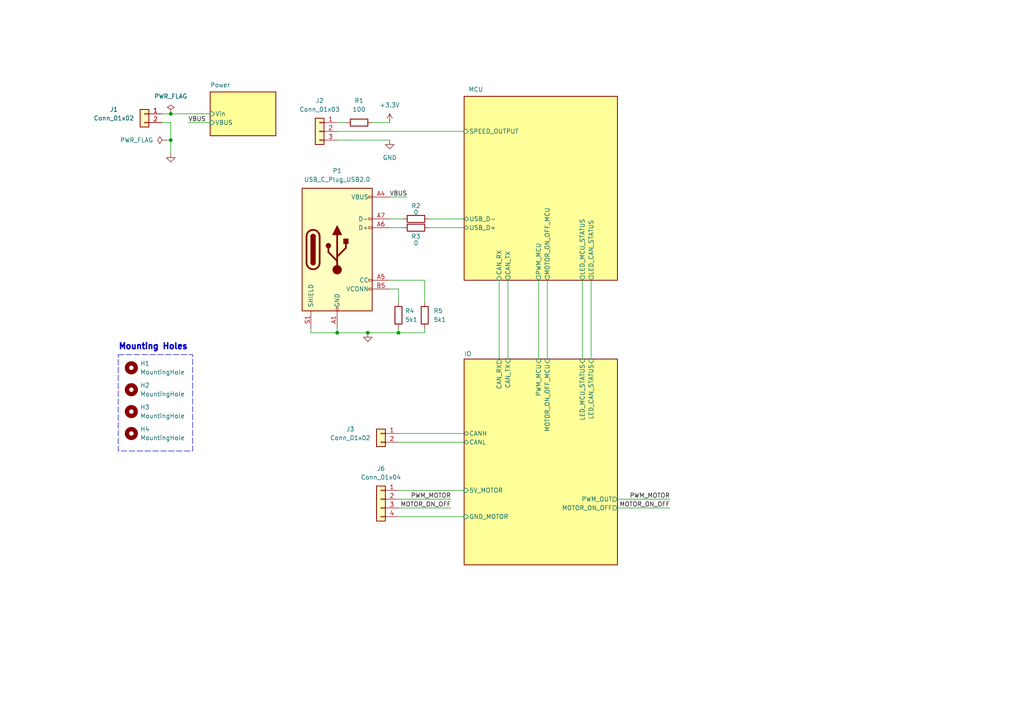
<source format=kicad_sch>
(kicad_sch (version 20230121) (generator eeschema)

  (uuid c9ad7189-d3b2-414a-9743-efd8e57cd755)

  (paper "A4")

  (title_block
    (title "Motor driver unit")
    (date "2023-09-04")
    (rev "1")
    (company "Hydrogreen Pollub")
  )

  (lib_symbols
    (symbol "Connector:USB_C_Plug_USB2.0" (pin_names (offset 1.016)) (in_bom yes) (on_board yes)
      (property "Reference" "P2" (at 0 22.86 0)
        (effects (font (size 1.27 1.27)))
      )
      (property "Value" "USB_C_Plug_USB2.0" (at 0 20.32 0)
        (effects (font (size 1.27 1.27)))
      )
      (property "Footprint" "" (at 3.81 0 0)
        (effects (font (size 1.27 1.27)) hide)
      )
      (property "Datasheet" "https://www.usb.org/sites/default/files/documents/usb_type-c.zip" (at 3.81 0 0)
        (effects (font (size 1.27 1.27)) hide)
      )
      (property "ki_keywords" "usb universal serial bus type-C USB2.0" (at 0 0 0)
        (effects (font (size 1.27 1.27)) hide)
      )
      (property "ki_description" "USB 2.0-only Type-C Plug connector" (at 0 0 0)
        (effects (font (size 1.27 1.27)) hide)
      )
      (property "ki_fp_filters" "USB*C*Plug*" (at 0 0 0)
        (effects (font (size 1.27 1.27)) hide)
      )
      (symbol "USB_C_Plug_USB2.0_0_0"
        (rectangle (start -0.254 -17.78) (end 0.254 -16.764)
          (stroke (width 0) (type default))
          (fill (type none))
        )
        (rectangle (start 10.16 -11.176) (end 9.144 -11.684)
          (stroke (width 0) (type default))
          (fill (type none))
        )
        (rectangle (start 10.16 -8.636) (end 9.144 -9.144)
          (stroke (width 0) (type default))
          (fill (type none))
        )
        (rectangle (start 10.16 6.604) (end 9.144 6.096)
          (stroke (width 0) (type default))
          (fill (type none))
        )
        (rectangle (start 10.16 9.144) (end 9.144 8.636)
          (stroke (width 0) (type default))
          (fill (type none))
        )
        (rectangle (start 10.16 15.494) (end 9.144 14.986)
          (stroke (width 0) (type default))
          (fill (type none))
        )
      )
      (symbol "USB_C_Plug_USB2.0_0_1"
        (rectangle (start -10.16 17.78) (end 10.16 -17.78)
          (stroke (width 0.254) (type default))
          (fill (type background))
        )
        (arc (start -8.89 -3.81) (mid -6.985 -5.7067) (end -5.08 -3.81)
          (stroke (width 0.508) (type default))
          (fill (type none))
        )
        (arc (start -7.62 -3.81) (mid -6.985 -4.4423) (end -6.35 -3.81)
          (stroke (width 0.254) (type default))
          (fill (type none))
        )
        (arc (start -7.62 -3.81) (mid -6.985 -4.4423) (end -6.35 -3.81)
          (stroke (width 0.254) (type default))
          (fill (type outline))
        )
        (rectangle (start -7.62 -3.81) (end -6.35 3.81)
          (stroke (width 0.254) (type default))
          (fill (type outline))
        )
        (arc (start -6.35 3.81) (mid -6.985 4.4423) (end -7.62 3.81)
          (stroke (width 0.254) (type default))
          (fill (type none))
        )
        (arc (start -6.35 3.81) (mid -6.985 4.4423) (end -7.62 3.81)
          (stroke (width 0.254) (type default))
          (fill (type outline))
        )
        (arc (start -5.08 3.81) (mid -6.985 5.7067) (end -8.89 3.81)
          (stroke (width 0.508) (type default))
          (fill (type none))
        )
        (circle (center -2.54 1.143) (radius 0.635)
          (stroke (width 0.254) (type default))
          (fill (type outline))
        )
        (circle (center 0 -5.842) (radius 1.27)
          (stroke (width 0) (type default))
          (fill (type outline))
        )
        (polyline
          (pts
            (xy -8.89 -3.81)
            (xy -8.89 3.81)
          )
          (stroke (width 0.508) (type default))
          (fill (type none))
        )
        (polyline
          (pts
            (xy -5.08 3.81)
            (xy -5.08 -3.81)
          )
          (stroke (width 0.508) (type default))
          (fill (type none))
        )
        (polyline
          (pts
            (xy 0 -5.842)
            (xy 0 4.318)
          )
          (stroke (width 0.508) (type default))
          (fill (type none))
        )
        (polyline
          (pts
            (xy 0 -3.302)
            (xy -2.54 -0.762)
            (xy -2.54 0.508)
          )
          (stroke (width 0.508) (type default))
          (fill (type none))
        )
        (polyline
          (pts
            (xy 0 -2.032)
            (xy 2.54 0.508)
            (xy 2.54 1.778)
          )
          (stroke (width 0.508) (type default))
          (fill (type none))
        )
        (polyline
          (pts
            (xy -1.27 4.318)
            (xy 0 6.858)
            (xy 1.27 4.318)
            (xy -1.27 4.318)
          )
          (stroke (width 0.254) (type default))
          (fill (type outline))
        )
        (rectangle (start 1.905 1.778) (end 3.175 3.048)
          (stroke (width 0.254) (type default))
          (fill (type outline))
        )
      )
      (symbol "USB_C_Plug_USB2.0_1_1"
        (pin passive line (at 0 -22.86 90) (length 5.08)
          (name "GND" (effects (font (size 1.27 1.27))))
          (number "A1" (effects (font (size 1.27 1.27))))
        )
        (pin passive line (at 0 -22.86 90) (length 5.08) hide
          (name "GND" (effects (font (size 1.27 1.27))))
          (number "A12" (effects (font (size 1.27 1.27))))
        )
        (pin passive line (at 15.24 15.24 180) (length 5.08)
          (name "VBUS" (effects (font (size 1.27 1.27))))
          (number "A4" (effects (font (size 1.27 1.27))))
        )
        (pin bidirectional line (at 15.24 -8.89 180) (length 5.08)
          (name "CC" (effects (font (size 1.27 1.27))))
          (number "A5" (effects (font (size 1.27 1.27))))
        )
        (pin bidirectional line (at 15.24 6.35 180) (length 5.08)
          (name "D+" (effects (font (size 1.27 1.27))))
          (number "A6" (effects (font (size 1.27 1.27))))
        )
        (pin bidirectional line (at 15.24 8.89 180) (length 5.08)
          (name "D-" (effects (font (size 1.27 1.27))))
          (number "A7" (effects (font (size 1.27 1.27))))
        )
        (pin passive line (at 15.24 15.24 180) (length 5.08) hide
          (name "VBUS" (effects (font (size 1.27 1.27))))
          (number "A9" (effects (font (size 1.27 1.27))))
        )
        (pin passive line (at 0 -22.86 90) (length 5.08) hide
          (name "GND" (effects (font (size 1.27 1.27))))
          (number "B1" (effects (font (size 1.27 1.27))))
        )
        (pin passive line (at 0 -22.86 90) (length 5.08) hide
          (name "GND" (effects (font (size 1.27 1.27))))
          (number "B12" (effects (font (size 1.27 1.27))))
        )
        (pin passive line (at 15.24 15.24 180) (length 5.08) hide
          (name "VBUS" (effects (font (size 1.27 1.27))))
          (number "B4" (effects (font (size 1.27 1.27))))
        )
        (pin bidirectional line (at 15.24 -11.43 180) (length 5.08)
          (name "VCONN" (effects (font (size 1.27 1.27))))
          (number "B5" (effects (font (size 1.27 1.27))))
        )
        (pin passive line (at 15.24 15.24 180) (length 5.08) hide
          (name "VBUS" (effects (font (size 1.27 1.27))))
          (number "B9" (effects (font (size 1.27 1.27))))
        )
        (pin passive line (at -7.62 -22.86 90) (length 5.08)
          (name "SHIELD" (effects (font (size 1.27 1.27))))
          (number "S1" (effects (font (size 1.27 1.27))))
        )
      )
    )
    (symbol "Connector_Generic:Conn_01x02" (pin_names (offset 1.016) hide) (in_bom yes) (on_board yes)
      (property "Reference" "J" (at 0 2.54 0)
        (effects (font (size 1.27 1.27)))
      )
      (property "Value" "Conn_01x02" (at 0 -5.08 0)
        (effects (font (size 1.27 1.27)))
      )
      (property "Footprint" "" (at 0 0 0)
        (effects (font (size 1.27 1.27)) hide)
      )
      (property "Datasheet" "~" (at 0 0 0)
        (effects (font (size 1.27 1.27)) hide)
      )
      (property "ki_keywords" "connector" (at 0 0 0)
        (effects (font (size 1.27 1.27)) hide)
      )
      (property "ki_description" "Generic connector, single row, 01x02, script generated (kicad-library-utils/schlib/autogen/connector/)" (at 0 0 0)
        (effects (font (size 1.27 1.27)) hide)
      )
      (property "ki_fp_filters" "Connector*:*_1x??_*" (at 0 0 0)
        (effects (font (size 1.27 1.27)) hide)
      )
      (symbol "Conn_01x02_1_1"
        (rectangle (start -1.27 -2.413) (end 0 -2.667)
          (stroke (width 0.1524) (type default))
          (fill (type none))
        )
        (rectangle (start -1.27 0.127) (end 0 -0.127)
          (stroke (width 0.1524) (type default))
          (fill (type none))
        )
        (rectangle (start -1.27 1.27) (end 1.27 -3.81)
          (stroke (width 0.254) (type default))
          (fill (type background))
        )
        (pin passive line (at -5.08 0 0) (length 3.81)
          (name "Pin_1" (effects (font (size 1.27 1.27))))
          (number "1" (effects (font (size 1.27 1.27))))
        )
        (pin passive line (at -5.08 -2.54 0) (length 3.81)
          (name "Pin_2" (effects (font (size 1.27 1.27))))
          (number "2" (effects (font (size 1.27 1.27))))
        )
      )
    )
    (symbol "Connector_Generic:Conn_01x03" (pin_names (offset 1.016) hide) (in_bom yes) (on_board yes)
      (property "Reference" "J" (at 0 5.08 0)
        (effects (font (size 1.27 1.27)))
      )
      (property "Value" "Conn_01x03" (at 0 -5.08 0)
        (effects (font (size 1.27 1.27)))
      )
      (property "Footprint" "" (at 0 0 0)
        (effects (font (size 1.27 1.27)) hide)
      )
      (property "Datasheet" "~" (at 0 0 0)
        (effects (font (size 1.27 1.27)) hide)
      )
      (property "ki_keywords" "connector" (at 0 0 0)
        (effects (font (size 1.27 1.27)) hide)
      )
      (property "ki_description" "Generic connector, single row, 01x03, script generated (kicad-library-utils/schlib/autogen/connector/)" (at 0 0 0)
        (effects (font (size 1.27 1.27)) hide)
      )
      (property "ki_fp_filters" "Connector*:*_1x??_*" (at 0 0 0)
        (effects (font (size 1.27 1.27)) hide)
      )
      (symbol "Conn_01x03_1_1"
        (rectangle (start -1.27 -2.413) (end 0 -2.667)
          (stroke (width 0.1524) (type default))
          (fill (type none))
        )
        (rectangle (start -1.27 0.127) (end 0 -0.127)
          (stroke (width 0.1524) (type default))
          (fill (type none))
        )
        (rectangle (start -1.27 2.667) (end 0 2.413)
          (stroke (width 0.1524) (type default))
          (fill (type none))
        )
        (rectangle (start -1.27 3.81) (end 1.27 -3.81)
          (stroke (width 0.254) (type default))
          (fill (type background))
        )
        (pin passive line (at -5.08 2.54 0) (length 3.81)
          (name "Pin_1" (effects (font (size 1.27 1.27))))
          (number "1" (effects (font (size 1.27 1.27))))
        )
        (pin passive line (at -5.08 0 0) (length 3.81)
          (name "Pin_2" (effects (font (size 1.27 1.27))))
          (number "2" (effects (font (size 1.27 1.27))))
        )
        (pin passive line (at -5.08 -2.54 0) (length 3.81)
          (name "Pin_3" (effects (font (size 1.27 1.27))))
          (number "3" (effects (font (size 1.27 1.27))))
        )
      )
    )
    (symbol "Connector_Generic:Conn_01x04" (pin_names (offset 1.016) hide) (in_bom yes) (on_board yes)
      (property "Reference" "J" (at 0 5.08 0)
        (effects (font (size 1.27 1.27)))
      )
      (property "Value" "Conn_01x04" (at 0 -7.62 0)
        (effects (font (size 1.27 1.27)))
      )
      (property "Footprint" "" (at 0 0 0)
        (effects (font (size 1.27 1.27)) hide)
      )
      (property "Datasheet" "~" (at 0 0 0)
        (effects (font (size 1.27 1.27)) hide)
      )
      (property "ki_keywords" "connector" (at 0 0 0)
        (effects (font (size 1.27 1.27)) hide)
      )
      (property "ki_description" "Generic connector, single row, 01x04, script generated (kicad-library-utils/schlib/autogen/connector/)" (at 0 0 0)
        (effects (font (size 1.27 1.27)) hide)
      )
      (property "ki_fp_filters" "Connector*:*_1x??_*" (at 0 0 0)
        (effects (font (size 1.27 1.27)) hide)
      )
      (symbol "Conn_01x04_1_1"
        (rectangle (start -1.27 -4.953) (end 0 -5.207)
          (stroke (width 0.1524) (type default))
          (fill (type none))
        )
        (rectangle (start -1.27 -2.413) (end 0 -2.667)
          (stroke (width 0.1524) (type default))
          (fill (type none))
        )
        (rectangle (start -1.27 0.127) (end 0 -0.127)
          (stroke (width 0.1524) (type default))
          (fill (type none))
        )
        (rectangle (start -1.27 2.667) (end 0 2.413)
          (stroke (width 0.1524) (type default))
          (fill (type none))
        )
        (rectangle (start -1.27 3.81) (end 1.27 -6.35)
          (stroke (width 0.254) (type default))
          (fill (type background))
        )
        (pin passive line (at -5.08 2.54 0) (length 3.81)
          (name "Pin_1" (effects (font (size 1.27 1.27))))
          (number "1" (effects (font (size 1.27 1.27))))
        )
        (pin passive line (at -5.08 0 0) (length 3.81)
          (name "Pin_2" (effects (font (size 1.27 1.27))))
          (number "2" (effects (font (size 1.27 1.27))))
        )
        (pin passive line (at -5.08 -2.54 0) (length 3.81)
          (name "Pin_3" (effects (font (size 1.27 1.27))))
          (number "3" (effects (font (size 1.27 1.27))))
        )
        (pin passive line (at -5.08 -5.08 0) (length 3.81)
          (name "Pin_4" (effects (font (size 1.27 1.27))))
          (number "4" (effects (font (size 1.27 1.27))))
        )
      )
    )
    (symbol "Device:R" (pin_numbers hide) (pin_names (offset 0)) (in_bom yes) (on_board yes)
      (property "Reference" "R" (at 2.032 0 90)
        (effects (font (size 1.27 1.27)))
      )
      (property "Value" "R" (at 0 0 90)
        (effects (font (size 1.27 1.27)))
      )
      (property "Footprint" "" (at -1.778 0 90)
        (effects (font (size 1.27 1.27)) hide)
      )
      (property "Datasheet" "~" (at 0 0 0)
        (effects (font (size 1.27 1.27)) hide)
      )
      (property "ki_keywords" "R res resistor" (at 0 0 0)
        (effects (font (size 1.27 1.27)) hide)
      )
      (property "ki_description" "Resistor" (at 0 0 0)
        (effects (font (size 1.27 1.27)) hide)
      )
      (property "ki_fp_filters" "R_*" (at 0 0 0)
        (effects (font (size 1.27 1.27)) hide)
      )
      (symbol "R_0_1"
        (rectangle (start -1.016 -2.54) (end 1.016 2.54)
          (stroke (width 0.254) (type default))
          (fill (type none))
        )
      )
      (symbol "R_1_1"
        (pin passive line (at 0 3.81 270) (length 1.27)
          (name "~" (effects (font (size 1.27 1.27))))
          (number "1" (effects (font (size 1.27 1.27))))
        )
        (pin passive line (at 0 -3.81 90) (length 1.27)
          (name "~" (effects (font (size 1.27 1.27))))
          (number "2" (effects (font (size 1.27 1.27))))
        )
      )
    )
    (symbol "Mechanical:MountingHole" (pin_names (offset 1.016)) (in_bom yes) (on_board yes)
      (property "Reference" "H" (at 0 5.08 0)
        (effects (font (size 1.27 1.27)))
      )
      (property "Value" "MountingHole" (at 0 3.175 0)
        (effects (font (size 1.27 1.27)))
      )
      (property "Footprint" "" (at 0 0 0)
        (effects (font (size 1.27 1.27)) hide)
      )
      (property "Datasheet" "~" (at 0 0 0)
        (effects (font (size 1.27 1.27)) hide)
      )
      (property "ki_keywords" "mounting hole" (at 0 0 0)
        (effects (font (size 1.27 1.27)) hide)
      )
      (property "ki_description" "Mounting Hole without connection" (at 0 0 0)
        (effects (font (size 1.27 1.27)) hide)
      )
      (property "ki_fp_filters" "MountingHole*" (at 0 0 0)
        (effects (font (size 1.27 1.27)) hide)
      )
      (symbol "MountingHole_0_1"
        (circle (center 0 0) (radius 1.27)
          (stroke (width 1.27) (type default))
          (fill (type none))
        )
      )
    )
    (symbol "power:+3.3V" (power) (pin_names (offset 0)) (in_bom yes) (on_board yes)
      (property "Reference" "#PWR" (at 0 -3.81 0)
        (effects (font (size 1.27 1.27)) hide)
      )
      (property "Value" "+3.3V" (at 0 3.556 0)
        (effects (font (size 1.27 1.27)))
      )
      (property "Footprint" "" (at 0 0 0)
        (effects (font (size 1.27 1.27)) hide)
      )
      (property "Datasheet" "" (at 0 0 0)
        (effects (font (size 1.27 1.27)) hide)
      )
      (property "ki_keywords" "global power" (at 0 0 0)
        (effects (font (size 1.27 1.27)) hide)
      )
      (property "ki_description" "Power symbol creates a global label with name \"+3.3V\"" (at 0 0 0)
        (effects (font (size 1.27 1.27)) hide)
      )
      (symbol "+3.3V_0_1"
        (polyline
          (pts
            (xy -0.762 1.27)
            (xy 0 2.54)
          )
          (stroke (width 0) (type default))
          (fill (type none))
        )
        (polyline
          (pts
            (xy 0 0)
            (xy 0 2.54)
          )
          (stroke (width 0) (type default))
          (fill (type none))
        )
        (polyline
          (pts
            (xy 0 2.54)
            (xy 0.762 1.27)
          )
          (stroke (width 0) (type default))
          (fill (type none))
        )
      )
      (symbol "+3.3V_1_1"
        (pin power_in line (at 0 0 90) (length 0) hide
          (name "+3.3V" (effects (font (size 1.27 1.27))))
          (number "1" (effects (font (size 1.27 1.27))))
        )
      )
    )
    (symbol "power:GND" (power) (pin_names (offset 0)) (in_bom yes) (on_board yes)
      (property "Reference" "#PWR" (at 0 -6.35 0)
        (effects (font (size 1.27 1.27)) hide)
      )
      (property "Value" "GND" (at 0 -3.81 0)
        (effects (font (size 1.27 1.27)))
      )
      (property "Footprint" "" (at 0 0 0)
        (effects (font (size 1.27 1.27)) hide)
      )
      (property "Datasheet" "" (at 0 0 0)
        (effects (font (size 1.27 1.27)) hide)
      )
      (property "ki_keywords" "global power" (at 0 0 0)
        (effects (font (size 1.27 1.27)) hide)
      )
      (property "ki_description" "Power symbol creates a global label with name \"GND\" , ground" (at 0 0 0)
        (effects (font (size 1.27 1.27)) hide)
      )
      (symbol "GND_0_1"
        (polyline
          (pts
            (xy 0 0)
            (xy 0 -1.27)
            (xy 1.27 -1.27)
            (xy 0 -2.54)
            (xy -1.27 -1.27)
            (xy 0 -1.27)
          )
          (stroke (width 0) (type default))
          (fill (type none))
        )
      )
      (symbol "GND_1_1"
        (pin power_in line (at 0 0 270) (length 0) hide
          (name "GND" (effects (font (size 1.27 1.27))))
          (number "1" (effects (font (size 1.27 1.27))))
        )
      )
    )
    (symbol "power:PWR_FLAG" (power) (pin_numbers hide) (pin_names (offset 0) hide) (in_bom yes) (on_board yes)
      (property "Reference" "#FLG" (at 0 1.905 0)
        (effects (font (size 1.27 1.27)) hide)
      )
      (property "Value" "PWR_FLAG" (at 0 3.81 0)
        (effects (font (size 1.27 1.27)))
      )
      (property "Footprint" "" (at 0 0 0)
        (effects (font (size 1.27 1.27)) hide)
      )
      (property "Datasheet" "~" (at 0 0 0)
        (effects (font (size 1.27 1.27)) hide)
      )
      (property "ki_keywords" "flag power" (at 0 0 0)
        (effects (font (size 1.27 1.27)) hide)
      )
      (property "ki_description" "Special symbol for telling ERC where power comes from" (at 0 0 0)
        (effects (font (size 1.27 1.27)) hide)
      )
      (symbol "PWR_FLAG_0_0"
        (pin power_out line (at 0 0 90) (length 0)
          (name "pwr" (effects (font (size 1.27 1.27))))
          (number "1" (effects (font (size 1.27 1.27))))
        )
      )
      (symbol "PWR_FLAG_0_1"
        (polyline
          (pts
            (xy 0 0)
            (xy 0 1.27)
            (xy -1.016 1.905)
            (xy 0 2.54)
            (xy 1.016 1.905)
            (xy 0 1.27)
          )
          (stroke (width 0) (type default))
          (fill (type none))
        )
      )
    )
  )

  (junction (at 106.68 96.52) (diameter 0) (color 0 0 0 0)
    (uuid 2318c85a-4716-451a-897b-48d89006014c)
  )
  (junction (at 97.79 96.52) (diameter 0) (color 0 0 0 0)
    (uuid 9bc4e184-de5d-4273-9eda-1f8d1021f5b1)
  )
  (junction (at 49.53 33.02) (diameter 0) (color 0 0 0 0)
    (uuid af89a8a5-b500-4a9f-82b3-c3687690212b)
  )
  (junction (at 49.53 40.64) (diameter 0) (color 0 0 0 0)
    (uuid c7d04b5f-e735-4546-86f1-15f197c06f38)
  )
  (junction (at 115.57 96.52) (diameter 0) (color 0 0 0 0)
    (uuid d9f64f6c-4daf-4316-a1de-9145aae13123)
  )

  (wire (pts (xy 115.57 83.82) (xy 115.57 87.63))
    (stroke (width 0) (type default))
    (uuid 00c997d8-a960-4430-ae6d-d5e68fced719)
  )
  (wire (pts (xy 118.11 57.15) (xy 113.03 57.15))
    (stroke (width 0) (type default))
    (uuid 096bf7af-9452-4b40-a28a-16a5db826003)
  )
  (wire (pts (xy 46.99 33.02) (xy 49.53 33.02))
    (stroke (width 0) (type default))
    (uuid 0f3ce85e-be52-4c6d-a478-808c1f972b7c)
  )
  (wire (pts (xy 106.68 96.52) (xy 115.57 96.52))
    (stroke (width 0) (type default))
    (uuid 110b04c6-0d5d-488c-8483-6498b626d05e)
  )
  (wire (pts (xy 97.79 35.56) (xy 100.33 35.56))
    (stroke (width 0) (type default))
    (uuid 1702dafe-45c6-44eb-9d7f-ce1a66705636)
  )
  (wire (pts (xy 113.03 63.5) (xy 116.84 63.5))
    (stroke (width 0) (type default))
    (uuid 17317579-6caa-4573-a753-93af52d27bdd)
  )
  (wire (pts (xy 106.68 96.52) (xy 97.79 96.52))
    (stroke (width 0) (type default))
    (uuid 23d76f12-2c90-4152-bb64-a0661dff4fc8)
  )
  (wire (pts (xy 97.79 40.64) (xy 113.03 40.64))
    (stroke (width 0) (type default))
    (uuid 263e9f9c-b7e8-44d3-9295-ae02ae0d752d)
  )
  (wire (pts (xy 156.21 81.28) (xy 156.21 104.14))
    (stroke (width 0) (type default))
    (uuid 2c984532-9314-4518-b25a-4748da0552bd)
  )
  (wire (pts (xy 171.45 81.28) (xy 171.45 104.14))
    (stroke (width 0) (type default))
    (uuid 2cd3fc5f-1a5c-4a66-9090-832301e87d18)
  )
  (wire (pts (xy 144.78 81.28) (xy 144.78 104.14))
    (stroke (width 0) (type default))
    (uuid 2f5fa27d-e81c-471f-9a80-beaea80ff2a3)
  )
  (wire (pts (xy 115.57 125.73) (xy 134.62 125.73))
    (stroke (width 0) (type default))
    (uuid 30976a41-83d4-48b6-b7f1-8f9dd59cd930)
  )
  (wire (pts (xy 115.57 96.52) (xy 123.19 96.52))
    (stroke (width 0) (type default))
    (uuid 3b8ccb92-873f-4c71-bfa2-10d46176fafa)
  )
  (wire (pts (xy 115.57 149.86) (xy 134.62 149.86))
    (stroke (width 0) (type default))
    (uuid 3d96c288-bc31-4418-9cc7-0e6b5b8171cc)
  )
  (wire (pts (xy 54.61 35.56) (xy 60.96 35.56))
    (stroke (width 0) (type default))
    (uuid 462c5380-b3eb-4ebd-a9ee-756a584d67bb)
  )
  (wire (pts (xy 130.81 147.32) (xy 115.57 147.32))
    (stroke (width 0) (type default))
    (uuid 4c9d3740-0836-4510-a860-0373a1cb5354)
  )
  (wire (pts (xy 179.07 144.78) (xy 194.31 144.78))
    (stroke (width 0) (type default))
    (uuid 53d2c9bb-f03b-449f-962b-f6dedadb3931)
  )
  (wire (pts (xy 90.17 96.52) (xy 97.79 96.52))
    (stroke (width 0) (type default))
    (uuid 566a1440-3d1f-4e46-a3fa-8950e435b3ed)
  )
  (wire (pts (xy 49.53 40.64) (xy 49.53 44.45))
    (stroke (width 0) (type default))
    (uuid 617b8f59-d41d-4234-9a12-10c00b20f558)
  )
  (wire (pts (xy 147.32 81.28) (xy 147.32 104.14))
    (stroke (width 0) (type default))
    (uuid 6217afbd-633b-4ec7-b8f6-de1cc58d1ea8)
  )
  (wire (pts (xy 123.19 96.52) (xy 123.19 95.25))
    (stroke (width 0) (type default))
    (uuid 64ed2622-fbf1-46ea-af25-7cf4e76b1ad5)
  )
  (wire (pts (xy 115.57 142.24) (xy 134.62 142.24))
    (stroke (width 0) (type default))
    (uuid 6912d37f-ddb0-4c31-bd45-c4a7f4caaec8)
  )
  (wire (pts (xy 46.99 35.56) (xy 49.53 35.56))
    (stroke (width 0) (type default))
    (uuid 75099068-727b-485d-8e05-acb5a665e4ca)
  )
  (wire (pts (xy 130.81 144.78) (xy 115.57 144.78))
    (stroke (width 0) (type default))
    (uuid 76d8f0b5-182d-45a0-8bf0-b385caa1098e)
  )
  (wire (pts (xy 179.07 147.32) (xy 194.31 147.32))
    (stroke (width 0) (type default))
    (uuid 867de7e1-90e7-45c7-93ab-3dae6ca41702)
  )
  (wire (pts (xy 168.91 81.28) (xy 168.91 104.14))
    (stroke (width 0) (type default))
    (uuid 889cb923-796d-4107-a6cd-75aecdbbf04c)
  )
  (wire (pts (xy 113.03 81.28) (xy 123.19 81.28))
    (stroke (width 0) (type default))
    (uuid 960c40e5-a133-4e40-9c58-e6c1dd152b82)
  )
  (wire (pts (xy 113.03 83.82) (xy 115.57 83.82))
    (stroke (width 0) (type default))
    (uuid 96f7478e-b231-4d0a-aabc-a6d337cfb9d3)
  )
  (wire (pts (xy 115.57 128.27) (xy 134.62 128.27))
    (stroke (width 0) (type default))
    (uuid a92e80eb-3cd5-42ec-81f4-9c676a2c2e66)
  )
  (wire (pts (xy 97.79 38.1) (xy 134.62 38.1))
    (stroke (width 0) (type default))
    (uuid b0f2e121-05a3-4adc-97af-562e30b4b1b8)
  )
  (wire (pts (xy 107.95 35.56) (xy 113.03 35.56))
    (stroke (width 0) (type default))
    (uuid be29ff3b-6316-4d5b-b335-467d4cf5a4e2)
  )
  (wire (pts (xy 124.46 63.5) (xy 134.62 63.5))
    (stroke (width 0) (type default))
    (uuid d9f3ebc8-b0dd-43f7-8810-e08d95430274)
  )
  (wire (pts (xy 90.17 96.52) (xy 90.17 95.25))
    (stroke (width 0) (type default))
    (uuid df5a3b3a-40fa-4305-85ce-d2e8ce6cd997)
  )
  (wire (pts (xy 124.46 66.04) (xy 134.62 66.04))
    (stroke (width 0) (type default))
    (uuid e7ad9aa9-4a89-4e30-a9c6-f45983d69fed)
  )
  (wire (pts (xy 49.53 35.56) (xy 49.53 40.64))
    (stroke (width 0) (type default))
    (uuid ebdb0c16-5f1b-4ae5-9283-c8aff82c0e4b)
  )
  (wire (pts (xy 158.75 81.28) (xy 158.75 104.14))
    (stroke (width 0) (type default))
    (uuid ec1efbd8-0a8c-44bd-8129-656a503a63af)
  )
  (wire (pts (xy 49.53 33.02) (xy 60.96 33.02))
    (stroke (width 0) (type default))
    (uuid edd8887e-a58b-4512-b434-5316b4cbaf2b)
  )
  (wire (pts (xy 113.03 66.04) (xy 116.84 66.04))
    (stroke (width 0) (type default))
    (uuid f653f8f6-2ea3-4da8-b358-4c5fa2c535bc)
  )
  (wire (pts (xy 48.26 40.64) (xy 49.53 40.64))
    (stroke (width 0) (type default))
    (uuid f733010b-a83b-4542-b257-51f5910a2ee1)
  )
  (wire (pts (xy 97.79 96.52) (xy 97.79 95.25))
    (stroke (width 0) (type default))
    (uuid f91470d3-a33e-4761-ae92-3a213075dfcc)
  )
  (wire (pts (xy 123.19 81.28) (xy 123.19 87.63))
    (stroke (width 0) (type default))
    (uuid fa76d7bf-b125-40f1-be57-278b51453ba3)
  )
  (wire (pts (xy 115.57 95.25) (xy 115.57 96.52))
    (stroke (width 0) (type default))
    (uuid fb36ee46-1022-48c0-a518-e13bcb1700f9)
  )

  (rectangle (start 34.29 102.87) (end 55.88 130.81)
    (stroke (width 0) (type dash))
    (fill (type none))
    (uuid 6016b907-1d55-449b-8759-62810877c56f)
  )

  (text "Mounting Holes" (at 34.29 101.6 0)
    (effects (font (size 1.7 1.7) (thickness 0.4) bold) (justify left bottom))
    (uuid c845b12c-3048-4f9c-b610-d43ea98096d1)
  )

  (label "PWM_MOTOR" (at 130.81 144.78 180) (fields_autoplaced)
    (effects (font (size 1.27 1.27)) (justify right bottom))
    (uuid 14848abf-f675-492a-b5ea-0c63d53ef788)
  )
  (label "MOTOR_ON_OFF" (at 130.81 147.32 180) (fields_autoplaced)
    (effects (font (size 1.27 1.27)) (justify right bottom))
    (uuid 1508cf01-0a46-4833-b3a0-c009c64de0c8)
  )
  (label "PWM_MOTOR" (at 194.31 144.78 180) (fields_autoplaced)
    (effects (font (size 1.27 1.27)) (justify right bottom))
    (uuid 24aa58e5-2c76-4d7a-ba8c-e8ff116f93bf)
  )
  (label "MOTOR_ON_OFF" (at 194.31 147.32 180) (fields_autoplaced)
    (effects (font (size 1.27 1.27)) (justify right bottom))
    (uuid ad168585-4108-4047-93c6-c401aba31425)
  )
  (label "VBUS" (at 54.61 35.56 0) (fields_autoplaced)
    (effects (font (size 1.27 1.27)) (justify left bottom))
    (uuid dc92c3f0-7bbe-4014-bce6-02913e7130bb)
  )
  (label "VBUS" (at 118.11 57.15 180) (fields_autoplaced)
    (effects (font (size 1.27 1.27)) (justify right bottom))
    (uuid ee253c83-fa45-4a15-befd-002e34f9758b)
  )

  (symbol (lib_id "Connector:USB_C_Plug_USB2.0") (at 97.79 72.39 0) (unit 1)
    (in_bom yes) (on_board yes) (dnp no) (fields_autoplaced)
    (uuid 232b8fc5-bef1-48bb-8b9f-36c95c2fbc42)
    (property "Reference" "P1" (at 97.79 49.53 0)
      (effects (font (size 1.27 1.27)))
    )
    (property "Value" "USB_C_Plug_USB2.0" (at 97.79 52.07 0)
      (effects (font (size 1.27 1.27)))
    )
    (property "Footprint" "Connector_USB:2169900002" (at 101.6 72.39 0)
      (effects (font (size 1.27 1.27)) hide)
    )
    (property "Datasheet" "https://www.usb.org/sites/default/files/documents/usb_type-c.zip" (at 101.6 72.39 0)
      (effects (font (size 1.27 1.27)) hide)
    )
    (pin "A1" (uuid 7bcf6a96-1a69-488c-b33c-5f31fc2980c8))
    (pin "A12" (uuid 2002e3e3-c64f-4413-8ec8-3e609c24b166))
    (pin "A4" (uuid aef117dc-6f54-4291-855d-1378c59ab027))
    (pin "A5" (uuid 7e551f2b-866e-47cf-aeb8-bfa4971a4334))
    (pin "A6" (uuid d011eee5-8b66-4756-9ef3-da1daf3b2e27))
    (pin "A7" (uuid e74888eb-f6cd-470b-809b-922e050c1d0b))
    (pin "A9" (uuid 73b9f62e-d51f-4831-ba74-0a5ca2dd6a11))
    (pin "B1" (uuid 7e1e1c85-293f-4b6d-9e94-1cd831bd6dbd))
    (pin "B12" (uuid a3b2bd0a-d3e6-4df7-a31c-179c1ca39c0d))
    (pin "B4" (uuid 61ea287d-0fcf-4fdf-97f6-9e7cf26e7a98))
    (pin "B5" (uuid af48a1bf-0d77-4793-afc2-e4877220e68c))
    (pin "B9" (uuid bbfb4916-2c71-49d0-a6d3-dc9ad8b5408d))
    (pin "S1" (uuid 72560fbe-7ac3-47a4-a986-32b0f7b9bc48))
    (instances
      (project "schematic-main"
        (path "/c9ad7189-d3b2-414a-9743-efd8e57cd755"
          (reference "P1") (unit 1)
        )
        (path "/c9ad7189-d3b2-414a-9743-efd8e57cd755/f92f58ec-64e0-437c-bc00-8ae46a3b3054"
          (reference "P1") (unit 1)
        )
      )
    )
  )

  (symbol (lib_id "power:+3.3V") (at 113.03 35.56 0) (unit 1)
    (in_bom yes) (on_board yes) (dnp no) (fields_autoplaced)
    (uuid 2725840d-d6a4-4f39-b067-85a60eadb5ee)
    (property "Reference" "#PWR01" (at 113.03 39.37 0)
      (effects (font (size 1.27 1.27)) hide)
    )
    (property "Value" "+3.3V" (at 113.03 30.48 0)
      (effects (font (size 1.27 1.27)))
    )
    (property "Footprint" "" (at 113.03 35.56 0)
      (effects (font (size 1.27 1.27)) hide)
    )
    (property "Datasheet" "" (at 113.03 35.56 0)
      (effects (font (size 1.27 1.27)) hide)
    )
    (pin "1" (uuid 8be8cde1-ede7-475d-900b-f946ce4adac4))
    (instances
      (project "schematic-main"
        (path "/c9ad7189-d3b2-414a-9743-efd8e57cd755"
          (reference "#PWR01") (unit 1)
        )
      )
    )
  )

  (symbol (lib_id "power:GND") (at 49.53 44.45 0) (unit 1)
    (in_bom yes) (on_board yes) (dnp no) (fields_autoplaced)
    (uuid 351aab6c-cb84-4d3e-95e4-6b22086d9c4f)
    (property "Reference" "#PWR03" (at 49.53 50.8 0)
      (effects (font (size 1.27 1.27)) hide)
    )
    (property "Value" "GND" (at 49.53 49.53 0)
      (effects (font (size 1.27 1.27)) hide)
    )
    (property "Footprint" "" (at 49.53 44.45 0)
      (effects (font (size 1.27 1.27)) hide)
    )
    (property "Datasheet" "" (at 49.53 44.45 0)
      (effects (font (size 1.27 1.27)) hide)
    )
    (pin "1" (uuid 1a290109-0153-4afb-92c2-94f51db42837))
    (instances
      (project "schematic-main"
        (path "/c9ad7189-d3b2-414a-9743-efd8e57cd755"
          (reference "#PWR03") (unit 1)
        )
      )
    )
  )

  (symbol (lib_id "Connector_Generic:Conn_01x02") (at 110.49 125.73 0) (mirror y) (unit 1)
    (in_bom yes) (on_board yes) (dnp no)
    (uuid 4863be01-535a-4833-be31-c036232ec58a)
    (property "Reference" "J3" (at 101.6 124.46 0)
      (effects (font (size 1.27 1.27)))
    )
    (property "Value" "Conn_01x02" (at 101.6 127 0)
      (effects (font (size 1.27 1.27)))
    )
    (property "Footprint" "Connector_Molex:Molex_Mini-Fit_Jr_5569-02A2_2x01_P4.20mm_Horizontal" (at 110.49 125.73 0)
      (effects (font (size 1.27 1.27)) hide)
    )
    (property "Datasheet" "~" (at 110.49 125.73 0)
      (effects (font (size 1.27 1.27)) hide)
    )
    (pin "1" (uuid 3ca6501a-4f6f-4262-9a4f-c821cfd31186))
    (pin "2" (uuid d5a1eefb-4c92-41bf-b269-483bf97c8ca3))
    (instances
      (project "schematic-main"
        (path "/c9ad7189-d3b2-414a-9743-efd8e57cd755"
          (reference "J3") (unit 1)
        )
      )
    )
  )

  (symbol (lib_id "Connector_Generic:Conn_01x02") (at 41.91 33.02 0) (mirror y) (unit 1)
    (in_bom yes) (on_board yes) (dnp no)
    (uuid 4f77d931-4211-43af-83f7-775bcb463456)
    (property "Reference" "J1" (at 33.02 31.75 0)
      (effects (font (size 1.27 1.27)))
    )
    (property "Value" "Conn_01x02" (at 33.02 34.29 0)
      (effects (font (size 1.27 1.27)))
    )
    (property "Footprint" "Connector_Molex:Molex_Mini-Fit_Jr_5569-02A2_2x01_P4.20mm_Horizontal" (at 41.91 33.02 0)
      (effects (font (size 1.27 1.27)) hide)
    )
    (property "Datasheet" "~" (at 41.91 33.02 0)
      (effects (font (size 1.27 1.27)) hide)
    )
    (pin "1" (uuid 0817417c-74e9-4977-82c1-6b3b690d8f1b))
    (pin "2" (uuid 5e9edb48-80a8-455b-8cdd-0ed7982a98ac))
    (instances
      (project "schematic-main"
        (path "/c9ad7189-d3b2-414a-9743-efd8e57cd755"
          (reference "J1") (unit 1)
        )
      )
    )
  )

  (symbol (lib_id "Device:R") (at 120.65 66.04 90) (unit 1)
    (in_bom yes) (on_board yes) (dnp no)
    (uuid 68062463-4695-4310-81d7-7f7aad5c48e8)
    (property "Reference" "R3" (at 120.65 68.58 90)
      (effects (font (size 1.27 1.27)))
    )
    (property "Value" "0" (at 120.65 70.485 90)
      (effects (font (size 1.27 1.27)))
    )
    (property "Footprint" "Resistor_SMD:R_1206_3216Metric" (at 120.65 67.818 90)
      (effects (font (size 1.27 1.27)) hide)
    )
    (property "Datasheet" "~" (at 120.65 66.04 0)
      (effects (font (size 1.27 1.27)) hide)
    )
    (pin "1" (uuid 602bd34d-f50a-4ca4-8831-17aa99240b0c))
    (pin "2" (uuid 6c55070a-1972-4afb-bb8b-954432c12b7b))
    (instances
      (project "schematic-main"
        (path "/c9ad7189-d3b2-414a-9743-efd8e57cd755"
          (reference "R3") (unit 1)
        )
        (path "/c9ad7189-d3b2-414a-9743-efd8e57cd755/f92f58ec-64e0-437c-bc00-8ae46a3b3054"
          (reference "R21") (unit 1)
        )
      )
    )
  )

  (symbol (lib_id "Connector_Generic:Conn_01x04") (at 110.49 144.78 0) (mirror y) (unit 1)
    (in_bom yes) (on_board yes) (dnp no) (fields_autoplaced)
    (uuid 6c15604c-d06e-4d1f-a20b-a9d6d5952c31)
    (property "Reference" "J6" (at 110.49 135.89 0)
      (effects (font (size 1.27 1.27)))
    )
    (property "Value" "Conn_01x04" (at 110.49 138.43 0)
      (effects (font (size 1.27 1.27)))
    )
    (property "Footprint" "Connector_Molex:Molex_Mini-Fit_Jr_5569-04A2_2x02_P4.20mm_Horizontal" (at 110.49 144.78 0)
      (effects (font (size 1.27 1.27)) hide)
    )
    (property "Datasheet" "~" (at 110.49 144.78 0)
      (effects (font (size 1.27 1.27)) hide)
    )
    (pin "1" (uuid b8b01205-83e1-47a6-80ef-2a8c81ba2600))
    (pin "2" (uuid 4dad03d7-3d7e-4a7e-a6f9-9c5d30f06060))
    (pin "3" (uuid c1e3ee32-b34c-4561-a897-1e9c5719dd27))
    (pin "4" (uuid 290123f2-6f05-49c7-ba23-30d6d2648157))
    (instances
      (project "schematic-main"
        (path "/c9ad7189-d3b2-414a-9743-efd8e57cd755"
          (reference "J6") (unit 1)
        )
      )
    )
  )

  (symbol (lib_id "Device:R") (at 104.14 35.56 90) (unit 1)
    (in_bom yes) (on_board yes) (dnp no) (fields_autoplaced)
    (uuid 6c72bf3a-1fad-414f-896e-67c0e2b1393f)
    (property "Reference" "R1" (at 104.14 29.21 90)
      (effects (font (size 1.27 1.27)))
    )
    (property "Value" "100" (at 104.14 31.75 90)
      (effects (font (size 1.27 1.27)))
    )
    (property "Footprint" "Resistor_SMD:R_1206_3216Metric" (at 104.14 37.338 90)
      (effects (font (size 1.27 1.27)) hide)
    )
    (property "Datasheet" "~" (at 104.14 35.56 0)
      (effects (font (size 1.27 1.27)) hide)
    )
    (pin "1" (uuid 195b9ed9-09b4-495a-804b-0504aafd5292))
    (pin "2" (uuid 32155ad0-7ecb-445d-bd9e-da9bbc95a2be))
    (instances
      (project "schematic-main"
        (path "/c9ad7189-d3b2-414a-9743-efd8e57cd755"
          (reference "R1") (unit 1)
        )
      )
    )
  )

  (symbol (lib_id "Mechanical:MountingHole") (at 38.1 113.03 0) (unit 1)
    (in_bom yes) (on_board yes) (dnp no) (fields_autoplaced)
    (uuid 7acb8882-6825-4fb0-bb92-58464ea8e029)
    (property "Reference" "H2" (at 40.64 111.76 0)
      (effects (font (size 1.27 1.27)) (justify left))
    )
    (property "Value" "MountingHole" (at 40.64 114.3 0)
      (effects (font (size 1.27 1.27)) (justify left))
    )
    (property "Footprint" "MountingHole:MountingHole_2.2mm_M2" (at 38.1 113.03 0)
      (effects (font (size 1.27 1.27)) hide)
    )
    (property "Datasheet" "~" (at 38.1 113.03 0)
      (effects (font (size 1.27 1.27)) hide)
    )
    (instances
      (project "schematic-main"
        (path "/c9ad7189-d3b2-414a-9743-efd8e57cd755"
          (reference "H2") (unit 1)
        )
      )
    )
  )

  (symbol (lib_id "power:PWR_FLAG") (at 48.26 40.64 90) (unit 1)
    (in_bom yes) (on_board yes) (dnp no) (fields_autoplaced)
    (uuid 8b808d25-90f1-4926-8da2-ef5efd73c110)
    (property "Reference" "#FLG02" (at 46.355 40.64 0)
      (effects (font (size 1.27 1.27)) hide)
    )
    (property "Value" "PWR_FLAG" (at 44.45 40.64 90)
      (effects (font (size 1.27 1.27)) (justify left))
    )
    (property "Footprint" "" (at 48.26 40.64 0)
      (effects (font (size 1.27 1.27)) hide)
    )
    (property "Datasheet" "~" (at 48.26 40.64 0)
      (effects (font (size 1.27 1.27)) hide)
    )
    (pin "1" (uuid 86ac44aa-3282-4df6-8f9a-d3de51d00dc1))
    (instances
      (project "schematic-main"
        (path "/c9ad7189-d3b2-414a-9743-efd8e57cd755"
          (reference "#FLG02") (unit 1)
        )
      )
    )
  )

  (symbol (lib_id "Device:R") (at 120.65 63.5 90) (unit 1)
    (in_bom yes) (on_board yes) (dnp no)
    (uuid 9cda48cc-de1b-4475-b6b6-344a6d510390)
    (property "Reference" "R2" (at 120.65 59.69 90)
      (effects (font (size 1.27 1.27)))
    )
    (property "Value" "0" (at 120.65 61.595 90)
      (effects (font (size 1.27 1.27)))
    )
    (property "Footprint" "Resistor_SMD:R_1206_3216Metric" (at 120.65 65.278 90)
      (effects (font (size 1.27 1.27)) hide)
    )
    (property "Datasheet" "~" (at 120.65 63.5 0)
      (effects (font (size 1.27 1.27)) hide)
    )
    (pin "1" (uuid 51da945a-097e-45e2-8abe-ed51a1600418))
    (pin "2" (uuid 348afd8c-2809-4957-abb4-3584eb2348db))
    (instances
      (project "schematic-main"
        (path "/c9ad7189-d3b2-414a-9743-efd8e57cd755"
          (reference "R2") (unit 1)
        )
        (path "/c9ad7189-d3b2-414a-9743-efd8e57cd755/f92f58ec-64e0-437c-bc00-8ae46a3b3054"
          (reference "R20") (unit 1)
        )
      )
    )
  )

  (symbol (lib_id "Mechanical:MountingHole") (at 38.1 106.68 0) (unit 1)
    (in_bom yes) (on_board yes) (dnp no) (fields_autoplaced)
    (uuid a673dd54-eb5b-42b3-9ffa-685e805f1201)
    (property "Reference" "H1" (at 40.64 105.41 0)
      (effects (font (size 1.27 1.27)) (justify left))
    )
    (property "Value" "MountingHole" (at 40.64 107.95 0)
      (effects (font (size 1.27 1.27)) (justify left))
    )
    (property "Footprint" "MountingHole:MountingHole_2.2mm_M2" (at 38.1 106.68 0)
      (effects (font (size 1.27 1.27)) hide)
    )
    (property "Datasheet" "~" (at 38.1 106.68 0)
      (effects (font (size 1.27 1.27)) hide)
    )
    (instances
      (project "schematic-main"
        (path "/c9ad7189-d3b2-414a-9743-efd8e57cd755"
          (reference "H1") (unit 1)
        )
      )
    )
  )

  (symbol (lib_id "power:GND") (at 106.68 96.52 0) (unit 1)
    (in_bom yes) (on_board yes) (dnp no) (fields_autoplaced)
    (uuid b9299927-54c5-4781-bd8b-5128f2126409)
    (property "Reference" "#PWR04" (at 106.68 102.87 0)
      (effects (font (size 1.27 1.27)) hide)
    )
    (property "Value" "GND" (at 106.68 100.965 0)
      (effects (font (size 1.27 1.27)) hide)
    )
    (property "Footprint" "" (at 106.68 96.52 0)
      (effects (font (size 1.27 1.27)) hide)
    )
    (property "Datasheet" "" (at 106.68 96.52 0)
      (effects (font (size 1.27 1.27)) hide)
    )
    (pin "1" (uuid 5f53ea74-0714-4109-bd76-dfec652083d0))
    (instances
      (project "schematic-main"
        (path "/c9ad7189-d3b2-414a-9743-efd8e57cd755"
          (reference "#PWR04") (unit 1)
        )
        (path "/c9ad7189-d3b2-414a-9743-efd8e57cd755/f92f58ec-64e0-437c-bc00-8ae46a3b3054"
          (reference "#PWR010") (unit 1)
        )
      )
    )
  )

  (symbol (lib_id "Connector_Generic:Conn_01x03") (at 92.71 38.1 0) (mirror y) (unit 1)
    (in_bom yes) (on_board yes) (dnp no) (fields_autoplaced)
    (uuid c1d249c0-664d-4005-bf2f-d41a73b7717a)
    (property "Reference" "J2" (at 92.71 29.21 0)
      (effects (font (size 1.27 1.27)))
    )
    (property "Value" "Conn_01x03" (at 92.71 31.75 0)
      (effects (font (size 1.27 1.27)))
    )
    (property "Footprint" "Connector_Molex:Molex_Mini-Fit_Jr_5569-04A2_2x02_P4.20mm_Horizontal" (at 92.71 38.1 0)
      (effects (font (size 1.27 1.27)) hide)
    )
    (property "Datasheet" "~" (at 92.71 38.1 0)
      (effects (font (size 1.27 1.27)) hide)
    )
    (pin "1" (uuid b2871fc0-df3e-4ea4-8e59-75558ee9fd0b))
    (pin "2" (uuid 6e471306-3524-4d9c-90ac-f507134ae6b2))
    (pin "3" (uuid 6f2e2fc8-9413-4c04-a917-6c9e9f8e0089))
    (instances
      (project "schematic-main"
        (path "/c9ad7189-d3b2-414a-9743-efd8e57cd755"
          (reference "J2") (unit 1)
        )
      )
    )
  )

  (symbol (lib_id "power:PWR_FLAG") (at 49.53 33.02 0) (unit 1)
    (in_bom yes) (on_board yes) (dnp no) (fields_autoplaced)
    (uuid c3b08960-b60d-4277-8a39-6e90e1a2ae46)
    (property "Reference" "#FLG01" (at 49.53 31.115 0)
      (effects (font (size 1.27 1.27)) hide)
    )
    (property "Value" "PWR_FLAG" (at 49.53 27.94 0)
      (effects (font (size 1.27 1.27)))
    )
    (property "Footprint" "" (at 49.53 33.02 0)
      (effects (font (size 1.27 1.27)) hide)
    )
    (property "Datasheet" "~" (at 49.53 33.02 0)
      (effects (font (size 1.27 1.27)) hide)
    )
    (pin "1" (uuid f8ef8372-a6af-4f9a-bca6-c72b38f42f57))
    (instances
      (project "schematic-main"
        (path "/c9ad7189-d3b2-414a-9743-efd8e57cd755"
          (reference "#FLG01") (unit 1)
        )
      )
    )
  )

  (symbol (lib_id "Mechanical:MountingHole") (at 38.1 125.73 0) (unit 1)
    (in_bom yes) (on_board yes) (dnp no) (fields_autoplaced)
    (uuid c8fa1a03-e206-47b5-b823-392eef62db70)
    (property "Reference" "H4" (at 40.64 124.46 0)
      (effects (font (size 1.27 1.27)) (justify left))
    )
    (property "Value" "MountingHole" (at 40.64 127 0)
      (effects (font (size 1.27 1.27)) (justify left))
    )
    (property "Footprint" "MountingHole:MountingHole_2.2mm_M2" (at 38.1 125.73 0)
      (effects (font (size 1.27 1.27)) hide)
    )
    (property "Datasheet" "~" (at 38.1 125.73 0)
      (effects (font (size 1.27 1.27)) hide)
    )
    (instances
      (project "schematic-main"
        (path "/c9ad7189-d3b2-414a-9743-efd8e57cd755"
          (reference "H4") (unit 1)
        )
      )
    )
  )

  (symbol (lib_id "Device:R") (at 115.57 91.44 0) (unit 1)
    (in_bom yes) (on_board yes) (dnp no) (fields_autoplaced)
    (uuid cd40dbb8-ebf7-4ccc-8040-ad712a49921d)
    (property "Reference" "R4" (at 117.475 90.1699 0)
      (effects (font (size 1.27 1.27)) (justify left))
    )
    (property "Value" "5k1" (at 117.475 92.7099 0)
      (effects (font (size 1.27 1.27)) (justify left))
    )
    (property "Footprint" "Resistor_SMD:R_1206_3216Metric" (at 113.792 91.44 90)
      (effects (font (size 1.27 1.27)) hide)
    )
    (property "Datasheet" "~" (at 115.57 91.44 0)
      (effects (font (size 1.27 1.27)) hide)
    )
    (pin "1" (uuid d37e838f-9bb2-43df-bb9a-296f30473df7))
    (pin "2" (uuid 9cb6179f-3250-473b-b00a-338dda7a45ec))
    (instances
      (project "schematic-main"
        (path "/c9ad7189-d3b2-414a-9743-efd8e57cd755"
          (reference "R4") (unit 1)
        )
        (path "/c9ad7189-d3b2-414a-9743-efd8e57cd755/f92f58ec-64e0-437c-bc00-8ae46a3b3054"
          (reference "R19") (unit 1)
        )
      )
    )
  )

  (symbol (lib_id "power:GND") (at 113.03 40.64 0) (unit 1)
    (in_bom yes) (on_board yes) (dnp no) (fields_autoplaced)
    (uuid e1ebaba5-da61-4be6-87c7-279092f35d06)
    (property "Reference" "#PWR02" (at 113.03 46.99 0)
      (effects (font (size 1.27 1.27)) hide)
    )
    (property "Value" "GND" (at 113.03 45.72 0)
      (effects (font (size 1.27 1.27)))
    )
    (property "Footprint" "" (at 113.03 40.64 0)
      (effects (font (size 1.27 1.27)) hide)
    )
    (property "Datasheet" "" (at 113.03 40.64 0)
      (effects (font (size 1.27 1.27)) hide)
    )
    (pin "1" (uuid 7ba6a874-c0aa-485e-930a-f80e910924d9))
    (instances
      (project "schematic-main"
        (path "/c9ad7189-d3b2-414a-9743-efd8e57cd755"
          (reference "#PWR02") (unit 1)
        )
      )
    )
  )

  (symbol (lib_id "Device:R") (at 123.19 91.44 0) (unit 1)
    (in_bom yes) (on_board yes) (dnp no) (fields_autoplaced)
    (uuid e85dd468-fc95-47be-8cf3-82d925c113ba)
    (property "Reference" "R5" (at 125.73 90.1699 0)
      (effects (font (size 1.27 1.27)) (justify left))
    )
    (property "Value" "5k1" (at 125.73 92.7099 0)
      (effects (font (size 1.27 1.27)) (justify left))
    )
    (property "Footprint" "Resistor_SMD:R_1206_3216Metric" (at 121.412 91.44 90)
      (effects (font (size 1.27 1.27)) hide)
    )
    (property "Datasheet" "~" (at 123.19 91.44 0)
      (effects (font (size 1.27 1.27)) hide)
    )
    (pin "1" (uuid 26d00802-1f51-401e-813d-691311f1ed05))
    (pin "2" (uuid c43b6cfb-1279-4d73-afd2-4ef51230db21))
    (instances
      (project "schematic-main"
        (path "/c9ad7189-d3b2-414a-9743-efd8e57cd755"
          (reference "R5") (unit 1)
        )
        (path "/c9ad7189-d3b2-414a-9743-efd8e57cd755/f92f58ec-64e0-437c-bc00-8ae46a3b3054"
          (reference "R22") (unit 1)
        )
      )
    )
  )

  (symbol (lib_id "Mechanical:MountingHole") (at 38.1 119.38 0) (unit 1)
    (in_bom yes) (on_board yes) (dnp no) (fields_autoplaced)
    (uuid ec2a072a-5bd4-4bc8-a1a2-78efdaa4f6f2)
    (property "Reference" "H3" (at 40.64 118.11 0)
      (effects (font (size 1.27 1.27)) (justify left))
    )
    (property "Value" "MountingHole" (at 40.64 120.65 0)
      (effects (font (size 1.27 1.27)) (justify left))
    )
    (property "Footprint" "MountingHole:MountingHole_2.2mm_M2" (at 38.1 119.38 0)
      (effects (font (size 1.27 1.27)) hide)
    )
    (property "Datasheet" "~" (at 38.1 119.38 0)
      (effects (font (size 1.27 1.27)) hide)
    )
    (instances
      (project "schematic-main"
        (path "/c9ad7189-d3b2-414a-9743-efd8e57cd755"
          (reference "H3") (unit 1)
        )
      )
    )
  )

  (sheet (at 134.62 104.14) (size 44.45 59.69) (fields_autoplaced)
    (stroke (width 0.254) (type solid))
    (fill (color 255 255 154 1.0000))
    (uuid e4695f4d-6fa6-4597-a598-6a2f28a255eb)
    (property "Sheetname" "IO" (at 134.62 103.3776 0)
      (effects (font (size 1.27 1.27)) (justify left bottom))
    )
    (property "Sheetfile" "schematc-io.kicad_sch" (at 134.62 164.4654 0)
      (effects (font (size 1.27 1.27)) (justify left top) hide)
    )
    (pin "CAN_TX" input (at 147.32 104.14 90)
      (effects (font (size 1.27 1.27)) (justify right))
      (uuid 874fe8f8-a31e-484b-a92f-ee5eb4050017)
    )
    (pin "CAN_RX" output (at 144.78 104.14 90)
      (effects (font (size 1.27 1.27)) (justify right))
      (uuid 7552ae35-a1b7-4742-8ea5-c94c5c0c117f)
    )
    (pin "CANH" bidirectional (at 134.62 125.73 180)
      (effects (font (size 1.27 1.27)) (justify left))
      (uuid 5b7d1f3d-ed01-4280-b19a-af1f8cf185cd)
    )
    (pin "CANL" bidirectional (at 134.62 128.27 180)
      (effects (font (size 1.27 1.27)) (justify left))
      (uuid 41546a2c-b96f-417f-af98-fb8c69463a89)
    )
    (pin "PWM_OUT" output (at 179.07 144.78 0)
      (effects (font (size 1.27 1.27)) (justify right))
      (uuid 45c0dc4f-fe38-44c3-860f-c5283dae5d27)
    )
    (pin "GND_MOTOR" input (at 134.62 149.86 180)
      (effects (font (size 1.27 1.27)) (justify left))
      (uuid 4adcd97a-0bf2-4766-8596-5cd5101155fc)
    )
    (pin "MOTOR_ON_OFF" output (at 179.07 147.32 0)
      (effects (font (size 1.27 1.27)) (justify right))
      (uuid 6fadc6b3-6d93-48f1-a00f-58940407b39f)
    )
    (pin "5V_MOTOR" input (at 134.62 142.24 180)
      (effects (font (size 1.27 1.27)) (justify left))
      (uuid 60b81599-9a05-4604-adbe-08071bcf1b7e)
    )
    (pin "PWM_MCU" input (at 156.21 104.14 90)
      (effects (font (size 1.27 1.27)) (justify right))
      (uuid a4d87c9c-b229-4266-91ce-c817d0c614b5)
    )
    (pin "MOTOR_ON_OFF_MCU" input (at 158.75 104.14 90)
      (effects (font (size 1.27 1.27)) (justify right))
      (uuid d6003e37-d04c-4483-b2e8-41c023460a09)
    )
    (pin "LED_MCU_STATUS" input (at 168.91 104.14 90)
      (effects (font (size 1.27 1.27)) (justify right))
      (uuid 94d8840d-544e-41a3-99c4-67835033dabe)
    )
    (pin "LED_CAN_STATUS" input (at 171.45 104.14 90)
      (effects (font (size 1.27 1.27)) (justify right))
      (uuid f80e5f0b-3f7c-4651-8cde-e4c1ed1394eb)
    )
    (instances
      (project "schematic-main"
        (path "/c9ad7189-d3b2-414a-9743-efd8e57cd755" (page "4"))
      )
    )
  )

  (sheet (at 60.96 26.67) (size 19.05 12.7)
    (stroke (width 0.254) (type solid))
    (fill (color 255 255 154 1.0000))
    (uuid ed70203f-44bf-4bdc-8b45-a710eb8fc309)
    (property "Sheetname" "Power " (at 60.96 25.4 0)
      (effects (font (size 1.27 1.27)) (justify left bottom))
    )
    (property "Sheetfile" "schematic-power.kicad_sch" (at 62.23 47.625 0)
      (effects (font (size 1.27 1.27)) (justify left top) hide)
    )
    (pin "Vin" input (at 60.96 33.02 180)
      (effects (font (size 1.27 1.27)) (justify left))
      (uuid 6713a8af-c379-4c15-9a6f-9f1de8e05854)
    )
    (pin "VBUS" input (at 60.96 35.56 180)
      (effects (font (size 1.27 1.27)) (justify left))
      (uuid 5797dc76-9c36-4893-b9b8-b89bbbd3fb91)
    )
    (instances
      (project "schematic-main"
        (path "/c9ad7189-d3b2-414a-9743-efd8e57cd755" (page "2"))
      )
    )
  )

  (sheet (at 134.62 27.94) (size 44.45 53.34)
    (stroke (width 0.254) (type solid))
    (fill (color 255 255 154 1.0000))
    (uuid f92f58ec-64e0-437c-bc00-8ae46a3b3054)
    (property "Sheetname" "MCU" (at 135.89 26.67 0)
      (effects (font (size 1.27 1.27)) (justify left bottom))
    )
    (property "Sheetfile" "schematic-mcu.kicad_sch" (at 134.62 81.9154 0)
      (effects (font (size 1.27 1.27)) (justify left top) hide)
    )
    (pin "CAN_RX" input (at 144.78 81.28 270)
      (effects (font (size 1.27 1.27)) (justify left))
      (uuid 3bf6e21b-9019-420b-988b-bde1b9f1c353)
    )
    (pin "CAN_TX" output (at 147.32 81.28 270)
      (effects (font (size 1.27 1.27)) (justify left))
      (uuid b8eb1e41-a2a1-447d-957a-da0c8f1766ac)
    )
    (pin "PWM_MCU" output (at 156.21 81.28 270)
      (effects (font (size 1.27 1.27)) (justify left))
      (uuid 9781b967-94e8-487e-9eba-feda060133e0)
    )
    (pin "MOTOR_ON_OFF_MCU" output (at 158.75 81.28 270)
      (effects (font (size 1.27 1.27)) (justify left))
      (uuid 2e55bf95-977c-4bca-976a-5b08298051c6)
    )
    (pin "LED_CAN_STATUS" output (at 171.45 81.28 270)
      (effects (font (size 1.27 1.27)) (justify left))
      (uuid a16ff0f0-acd7-4901-96d7-06dbaec7760a)
    )
    (pin "LED_MCU_STATUS" output (at 168.91 81.28 270)
      (effects (font (size 1.27 1.27)) (justify left))
      (uuid 16ffaa85-baf6-4553-8342-31d765dd9532)
    )
    (pin "USB_D+" bidirectional (at 134.62 66.04 180)
      (effects (font (size 1.27 1.27)) (justify left))
      (uuid 45a5e721-ca97-4ba7-98d0-73502c800d9b)
    )
    (pin "USB_D-" bidirectional (at 134.62 63.5 180)
      (effects (font (size 1.27 1.27)) (justify left))
      (uuid e452131b-7c9a-4951-b8ea-dcd78e0cfb12)
    )
    (pin "SPEED_OUTPUT" input (at 134.62 38.1 180)
      (effects (font (size 1.27 1.27)) (justify left))
      (uuid 350b7ec8-f104-4f37-9737-e318be067ce0)
    )
    (instances
      (project "schematic-main"
        (path "/c9ad7189-d3b2-414a-9743-efd8e57cd755" (page "3"))
      )
    )
  )

  (sheet_instances
    (path "/" (page "1"))
  )
)

</source>
